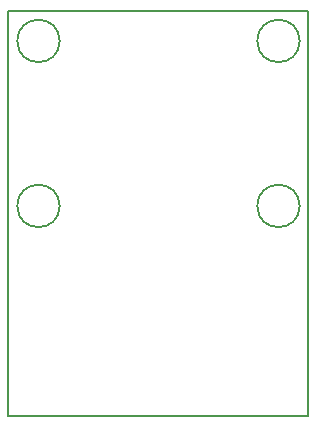
<source format=gbr>
G04 #@! TF.FileFunction,Profile,NP*
%FSLAX46Y46*%
G04 Gerber Fmt 4.6, Leading zero omitted, Abs format (unit mm)*
G04 Created by KiCad (PCBNEW 4.0.4-stable) date 06/04/17 22:37:21*
%MOMM*%
%LPD*%
G01*
G04 APERTURE LIST*
%ADD10C,0.100000*%
%ADD11C,0.150000*%
G04 APERTURE END LIST*
D10*
D11*
X165626051Y-110490000D02*
G75*
G03X165626051Y-110490000I-1796051J0D01*
G01*
X145306051Y-110490000D02*
G75*
G03X145306051Y-110490000I-1796051J0D01*
G01*
X145306051Y-96520000D02*
G75*
G03X145306051Y-96520000I-1796051J0D01*
G01*
X165626051Y-96520000D02*
G75*
G03X165626051Y-96520000I-1796051J0D01*
G01*
X140970000Y-93980000D02*
X140970000Y-128270000D01*
X166370000Y-93980000D02*
X140970000Y-93980000D01*
X166370000Y-128270000D02*
X166370000Y-93980000D01*
X140970000Y-128270000D02*
X166370000Y-128270000D01*
M02*

</source>
